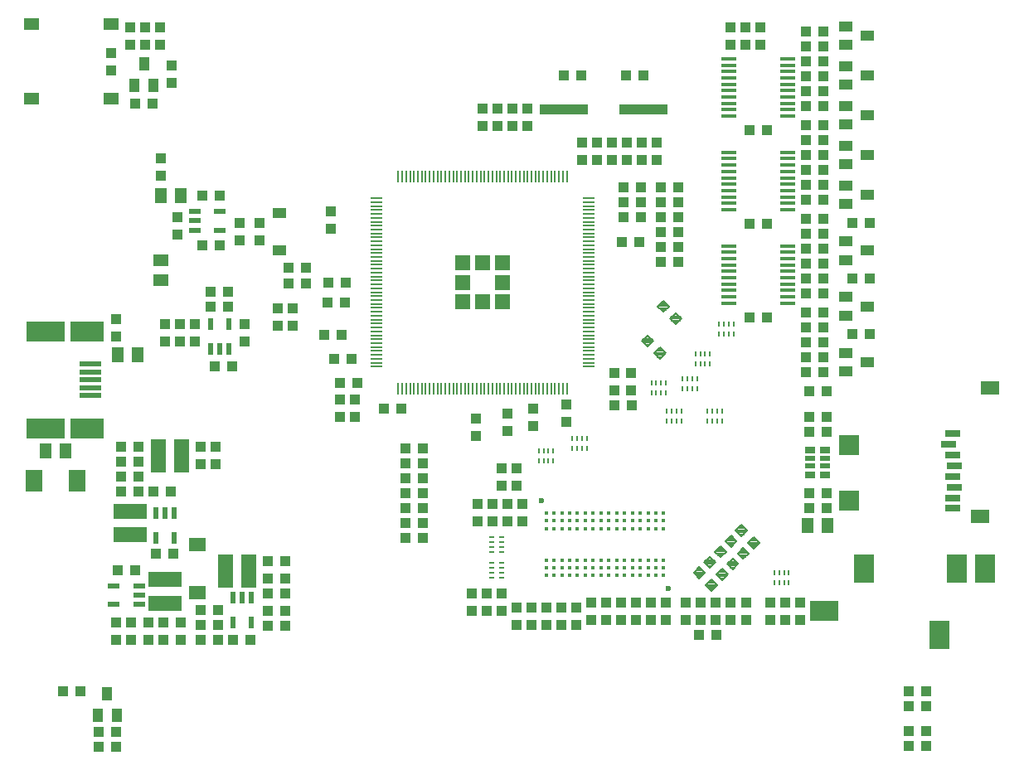
<source format=gbr>
G75*
G70*
%OFA0B0*%
%FSLAX24Y24*%
%IPPOS*%
%LPD*%
%AMOC8*
5,1,8,0,0,1.08239X$1,22.5*
%
%ADD10R,0.0400X0.0400*%
%ADD11C,0.0080*%
%ADD12R,0.1969X0.0394*%
%ADD13R,0.0500X0.0600*%
%ADD14R,0.0400X0.0300*%
%ADD15R,0.0400X0.0200*%
%ADD16R,0.0217X0.0472*%
%ADD17R,0.0630X0.1378*%
%ADD18R,0.0551X0.0394*%
%ADD19R,0.0079X0.0512*%
%ADD20R,0.0512X0.0079*%
%ADD21R,0.0630X0.0630*%
%ADD22R,0.0246X0.0098*%
%ADD23R,0.0098X0.0246*%
%ADD24R,0.0600X0.0500*%
%ADD25R,0.0472X0.0217*%
%ADD26R,0.1378X0.0630*%
%ADD27R,0.0700X0.0900*%
%ADD28R,0.0591X0.0118*%
%ADD29R,0.0787X0.1181*%
%ADD30R,0.1181X0.0787*%
%ADD31R,0.0709X0.0571*%
%ADD32C,0.0157*%
%ADD33C,0.0236*%
%ADD34R,0.0886X0.0197*%
%ADD35R,0.1575X0.0827*%
%ADD36R,0.1378X0.0827*%
%ADD37R,0.0591X0.0315*%
%ADD38R,0.0787X0.0787*%
%ADD39R,0.0748X0.0551*%
%ADD40R,0.0394X0.0551*%
D10*
X007185Y007032D03*
X007885Y007032D03*
X008623Y005402D03*
X008623Y004802D03*
X009323Y004802D03*
X009323Y005402D03*
X009343Y009102D03*
X009943Y009102D03*
X010643Y009102D03*
X011243Y009102D03*
X011943Y009102D03*
X012743Y009102D03*
X012743Y009702D03*
X011943Y009802D03*
X012743Y010302D03*
X013443Y010302D03*
X013443Y009702D03*
X013443Y009102D03*
X014043Y009102D03*
X014743Y009102D03*
X015443Y009652D03*
X016143Y009652D03*
X016143Y010252D03*
X015443Y010252D03*
X015443Y010952D03*
X016143Y010952D03*
X016143Y011552D03*
X015443Y011552D03*
X015443Y012252D03*
X016143Y012252D03*
X011643Y012552D03*
X010943Y012552D03*
X010093Y011902D03*
X009393Y011902D03*
X009343Y009802D03*
X009943Y009802D03*
X010643Y009802D03*
X011243Y009802D03*
X011543Y015052D03*
X010843Y015052D03*
X010243Y015052D03*
X010243Y015652D03*
X009543Y015652D03*
X009543Y015052D03*
X009543Y016252D03*
X009543Y016852D03*
X010243Y016852D03*
X010243Y016252D03*
X012743Y016152D03*
X013343Y016152D03*
X013343Y016852D03*
X012743Y016852D03*
X013293Y020102D03*
X013993Y020102D03*
X014493Y021102D03*
X014493Y021802D03*
X013843Y022502D03*
X013843Y023102D03*
X013143Y023102D03*
X013143Y022502D03*
X012493Y021802D03*
X011893Y021802D03*
X011293Y021802D03*
X011293Y021102D03*
X011893Y021102D03*
X012493Y021102D03*
X015813Y021722D03*
X015813Y022422D03*
X016413Y022422D03*
X016413Y021722D03*
X017693Y021352D03*
X018393Y021352D03*
X018103Y020392D03*
X018803Y020392D03*
X019043Y019432D03*
X018933Y018762D03*
X018333Y018762D03*
X018343Y019432D03*
X018333Y018062D03*
X018933Y018062D03*
X020103Y018392D03*
X020803Y018392D03*
X020973Y016792D03*
X020973Y016192D03*
X021673Y016192D03*
X021673Y016792D03*
X021673Y015592D03*
X021673Y014992D03*
X021673Y014392D03*
X020973Y014392D03*
X020973Y014992D03*
X020973Y015592D03*
X020973Y013792D03*
X020973Y013192D03*
X021673Y013192D03*
X021673Y013792D03*
X023853Y013852D03*
X024453Y013852D03*
X025053Y013852D03*
X025653Y013852D03*
X025653Y014552D03*
X025053Y014552D03*
X024453Y014552D03*
X023853Y014552D03*
X024813Y015292D03*
X024813Y015992D03*
X025413Y015992D03*
X025413Y015292D03*
X023793Y017282D03*
X023793Y017982D03*
X025053Y018202D03*
X025053Y017502D03*
X026103Y017712D03*
X026103Y018412D03*
X027423Y018562D03*
X027423Y017862D03*
X029353Y018542D03*
X030053Y018542D03*
X030033Y019132D03*
X029373Y019132D03*
X029373Y019832D03*
X030033Y019832D03*
X034783Y022072D03*
X035483Y022072D03*
X037063Y022272D03*
X037063Y021672D03*
X037063Y021072D03*
X037063Y020472D03*
X037063Y019872D03*
X037183Y019112D03*
X037883Y019112D03*
X037763Y019872D03*
X037763Y020472D03*
X037763Y021072D03*
X037763Y021672D03*
X037763Y022272D03*
X037763Y023032D03*
X037763Y023632D03*
X037763Y024232D03*
X037763Y024832D03*
X037763Y025432D03*
X037763Y026032D03*
X037063Y026032D03*
X037063Y025432D03*
X037063Y024832D03*
X037063Y024232D03*
X037063Y023632D03*
X037063Y023032D03*
X038943Y023632D03*
X039643Y023632D03*
X039643Y021392D03*
X038943Y021392D03*
X037883Y018072D03*
X037883Y017472D03*
X037183Y017472D03*
X037183Y018072D03*
X037183Y014992D03*
X037183Y014392D03*
X037883Y014392D03*
X037883Y014992D03*
X036813Y010592D03*
X036213Y010592D03*
X035613Y010592D03*
X035613Y009892D03*
X036213Y009892D03*
X036813Y009892D03*
X034653Y009892D03*
X034013Y009892D03*
X033413Y009892D03*
X032813Y009892D03*
X032213Y009892D03*
X031443Y009892D03*
X030843Y009892D03*
X030243Y009892D03*
X029643Y009892D03*
X029043Y009892D03*
X028443Y009892D03*
X027843Y009682D03*
X027243Y009682D03*
X026643Y009682D03*
X026043Y009682D03*
X025443Y009682D03*
X025443Y010382D03*
X026043Y010382D03*
X026643Y010382D03*
X027243Y010382D03*
X027843Y010382D03*
X028443Y010592D03*
X029043Y010592D03*
X029643Y010592D03*
X030243Y010592D03*
X030843Y010592D03*
X031443Y010592D03*
X032213Y010592D03*
X032813Y010592D03*
X033413Y010592D03*
X034013Y010592D03*
X034653Y010592D03*
X033463Y009282D03*
X032763Y009282D03*
X024843Y010252D03*
X024843Y010952D03*
X024243Y010952D03*
X023643Y010952D03*
X023643Y010252D03*
X024243Y010252D03*
X018543Y022672D03*
X017843Y022672D03*
X017853Y023472D03*
X016963Y023432D03*
X016963Y024072D03*
X016263Y024072D03*
X016263Y023432D03*
X015093Y025152D03*
X015093Y025852D03*
X014293Y025852D03*
X014293Y025152D03*
X013493Y024952D03*
X012793Y024952D03*
X011793Y025402D03*
X011793Y026102D03*
X012793Y026952D03*
X013493Y026952D03*
X011143Y027752D03*
X011143Y028452D03*
X010803Y030652D03*
X010103Y030652D03*
X009143Y032002D03*
X009143Y032702D03*
X009893Y033042D03*
X009893Y033742D03*
X010493Y033742D03*
X011093Y033742D03*
X011093Y033042D03*
X010493Y033042D03*
X011573Y032182D03*
X011573Y031482D03*
X017973Y026342D03*
X017973Y025642D03*
X018553Y023472D03*
X024053Y029762D03*
X024653Y029762D03*
X025253Y029762D03*
X025853Y029762D03*
X025853Y030462D03*
X025253Y030462D03*
X024653Y030462D03*
X024053Y030462D03*
X027333Y031782D03*
X028033Y031782D03*
X029833Y031782D03*
X030533Y031782D03*
X030473Y029082D03*
X031073Y029082D03*
X031073Y028382D03*
X030473Y028382D03*
X029873Y028382D03*
X029873Y029082D03*
X029273Y029082D03*
X028673Y029082D03*
X028073Y029082D03*
X028073Y028382D03*
X028673Y028382D03*
X029273Y028382D03*
X029723Y027312D03*
X029723Y026712D03*
X029723Y026112D03*
X030423Y026112D03*
X031223Y026112D03*
X031223Y025512D03*
X030363Y025092D03*
X031223Y024912D03*
X031223Y024312D03*
X031923Y024312D03*
X031923Y024912D03*
X031923Y025512D03*
X031923Y026112D03*
X031923Y026712D03*
X031923Y027312D03*
X031223Y027312D03*
X031223Y026712D03*
X030423Y026712D03*
X030423Y027312D03*
X029663Y025092D03*
X034783Y025832D03*
X035483Y025832D03*
X037063Y026792D03*
X037063Y027392D03*
X037063Y027992D03*
X037063Y028592D03*
X037063Y029192D03*
X037063Y029792D03*
X037763Y029792D03*
X037763Y029192D03*
X037763Y028592D03*
X037763Y027992D03*
X037763Y027392D03*
X037763Y026792D03*
X038943Y025872D03*
X039643Y025872D03*
X035483Y029592D03*
X034783Y029592D03*
X037063Y030552D03*
X037063Y031152D03*
X037063Y031752D03*
X037063Y032352D03*
X037063Y032952D03*
X037063Y033552D03*
X037763Y033552D03*
X037763Y032952D03*
X037763Y032352D03*
X037763Y031752D03*
X037763Y031152D03*
X037763Y030552D03*
X035213Y033042D03*
X034613Y033042D03*
X034013Y033042D03*
X034013Y033742D03*
X034613Y033742D03*
X035213Y033742D03*
X009343Y022002D03*
X009343Y021302D03*
X041183Y007032D03*
X041183Y006432D03*
X041883Y006432D03*
X041883Y007032D03*
X041883Y005432D03*
X041883Y004832D03*
X041183Y004832D03*
X041183Y005432D03*
D11*
X033693Y011500D02*
X033467Y011726D01*
X033693Y011952D01*
X033919Y011726D01*
X033693Y011500D01*
X033772Y011579D02*
X033614Y011579D01*
X033535Y011658D02*
X033851Y011658D01*
X033908Y011737D02*
X033478Y011737D01*
X033557Y011816D02*
X033829Y011816D01*
X033750Y011895D02*
X033636Y011895D01*
X033892Y012150D02*
X034118Y011924D01*
X033892Y012150D02*
X034118Y012376D01*
X034344Y012150D01*
X034118Y011924D01*
X034197Y012003D02*
X034039Y012003D01*
X033960Y012082D02*
X034276Y012082D01*
X034333Y012161D02*
X033903Y012161D01*
X033982Y012240D02*
X034254Y012240D01*
X034175Y012319D02*
X034061Y012319D01*
X034316Y012575D02*
X034542Y012349D01*
X034316Y012575D02*
X034542Y012801D01*
X034768Y012575D01*
X034542Y012349D01*
X034621Y012428D02*
X034463Y012428D01*
X034384Y012507D02*
X034700Y012507D01*
X034757Y012586D02*
X034327Y012586D01*
X034406Y012665D02*
X034678Y012665D01*
X034599Y012744D02*
X034485Y012744D01*
X034966Y013225D02*
X035192Y012999D01*
X034966Y012773D01*
X034740Y012999D01*
X034966Y013225D01*
X035045Y012852D02*
X034887Y012852D01*
X034808Y012931D02*
X035124Y012931D01*
X035181Y013010D02*
X034751Y013010D01*
X034830Y013089D02*
X035102Y013089D01*
X035023Y013168D02*
X034909Y013168D01*
X034697Y013494D02*
X034471Y013720D01*
X034697Y013494D02*
X034471Y013268D01*
X034245Y013494D01*
X034471Y013720D01*
X034550Y013347D02*
X034392Y013347D01*
X034313Y013426D02*
X034629Y013426D01*
X034686Y013505D02*
X034256Y013505D01*
X034335Y013584D02*
X034607Y013584D01*
X034528Y013663D02*
X034414Y013663D01*
X033821Y013070D02*
X034047Y012844D01*
X033821Y013070D02*
X034047Y013296D01*
X034273Y013070D01*
X034047Y012844D01*
X034126Y012923D02*
X033968Y012923D01*
X033889Y013002D02*
X034205Y013002D01*
X034262Y013081D02*
X033832Y013081D01*
X033911Y013160D02*
X034183Y013160D01*
X034104Y013239D02*
X033990Y013239D01*
X033397Y012645D02*
X033623Y012419D01*
X033397Y012645D02*
X033623Y012871D01*
X033849Y012645D01*
X033623Y012419D01*
X033702Y012498D02*
X033544Y012498D01*
X033465Y012577D02*
X033781Y012577D01*
X033838Y012656D02*
X033408Y012656D01*
X033487Y012735D02*
X033759Y012735D01*
X033680Y012814D02*
X033566Y012814D01*
X032972Y012221D02*
X033198Y011995D01*
X032972Y012221D02*
X033198Y012447D01*
X033424Y012221D01*
X033198Y011995D01*
X033277Y012074D02*
X033119Y012074D01*
X033040Y012153D02*
X033356Y012153D01*
X033413Y012232D02*
X032983Y012232D01*
X033062Y012311D02*
X033334Y012311D01*
X033255Y012390D02*
X033141Y012390D01*
X032548Y011797D02*
X032774Y011571D01*
X032548Y011797D02*
X032774Y012023D01*
X033000Y011797D01*
X032774Y011571D01*
X032853Y011650D02*
X032695Y011650D01*
X032616Y011729D02*
X032932Y011729D01*
X032989Y011808D02*
X032559Y011808D01*
X032638Y011887D02*
X032910Y011887D01*
X032831Y011966D02*
X032717Y011966D01*
X033043Y011302D02*
X033269Y011076D01*
X033043Y011302D02*
X033269Y011528D01*
X033495Y011302D01*
X033269Y011076D01*
X033348Y011155D02*
X033190Y011155D01*
X033111Y011234D02*
X033427Y011234D01*
X033484Y011313D02*
X033054Y011313D01*
X033133Y011392D02*
X033405Y011392D01*
X033326Y011471D02*
X033212Y011471D01*
X031416Y020625D02*
X031190Y020851D01*
X031416Y020625D02*
X031190Y020399D01*
X030964Y020625D01*
X031190Y020851D01*
X031269Y020478D02*
X031111Y020478D01*
X031032Y020557D02*
X031348Y020557D01*
X031405Y020636D02*
X030975Y020636D01*
X031054Y020715D02*
X031326Y020715D01*
X031247Y020794D02*
X031133Y020794D01*
X030921Y021120D02*
X030695Y021346D01*
X030921Y021120D02*
X030695Y020894D01*
X030469Y021120D01*
X030695Y021346D01*
X030774Y020973D02*
X030616Y020973D01*
X030537Y021052D02*
X030853Y021052D01*
X030910Y021131D02*
X030480Y021131D01*
X030559Y021210D02*
X030831Y021210D01*
X030752Y021289D02*
X030638Y021289D01*
X031830Y022241D02*
X032056Y022015D01*
X031830Y021789D01*
X031604Y022015D01*
X031830Y022241D01*
X031909Y021868D02*
X031751Y021868D01*
X031672Y021947D02*
X031988Y021947D01*
X032045Y022026D02*
X031615Y022026D01*
X031694Y022105D02*
X031966Y022105D01*
X031887Y022184D02*
X031773Y022184D01*
X031561Y022510D02*
X031335Y022736D01*
X031561Y022510D02*
X031335Y022284D01*
X031109Y022510D01*
X031335Y022736D01*
X031414Y022363D02*
X031256Y022363D01*
X031177Y022442D02*
X031493Y022442D01*
X031550Y022521D02*
X031120Y022521D01*
X031199Y022600D02*
X031471Y022600D01*
X031392Y022679D02*
X031278Y022679D01*
D12*
X030533Y030432D03*
X027333Y030432D03*
D13*
X011943Y026952D03*
X011143Y026952D03*
X010193Y020552D03*
X009393Y020552D03*
X007293Y016702D03*
X006493Y016702D03*
X037133Y013692D03*
X037933Y013692D03*
D14*
X037833Y015732D03*
X037233Y015732D03*
X037233Y016732D03*
X037833Y016732D03*
D15*
X037833Y016382D03*
X037833Y016082D03*
X037233Y016082D03*
X037233Y016382D03*
D16*
X014767Y010814D03*
X014393Y010814D03*
X014019Y010814D03*
X014019Y009791D03*
X014767Y009791D03*
X011667Y013191D03*
X010919Y013191D03*
X010919Y014214D03*
X011293Y014214D03*
X011667Y014214D03*
X013119Y020791D03*
X013493Y020791D03*
X013867Y020791D03*
X013867Y021814D03*
X013119Y021814D03*
D17*
X011965Y016502D03*
X011020Y016502D03*
X013720Y011852D03*
X014665Y011852D03*
D18*
X015893Y024754D03*
X015893Y026250D03*
X038660Y026618D03*
X038660Y027366D03*
X038660Y028218D03*
X038660Y028966D03*
X038660Y029818D03*
X038660Y030566D03*
X038660Y031418D03*
X038660Y032166D03*
X038660Y033018D03*
X038660Y033766D03*
X039526Y033392D03*
X039526Y031792D03*
X039526Y030192D03*
X039526Y028592D03*
X039526Y026992D03*
X038660Y025126D03*
X038660Y024378D03*
X039526Y024752D03*
X038660Y022886D03*
X038660Y022138D03*
X039526Y022512D03*
X038660Y020646D03*
X038660Y019898D03*
X039526Y020272D03*
D19*
X027449Y019201D03*
X027291Y019201D03*
X027134Y019201D03*
X026976Y019201D03*
X026819Y019201D03*
X026661Y019201D03*
X026504Y019201D03*
X026346Y019201D03*
X026189Y019201D03*
X026031Y019201D03*
X025874Y019201D03*
X025716Y019201D03*
X025559Y019201D03*
X025401Y019201D03*
X025244Y019201D03*
X025087Y019201D03*
X024929Y019201D03*
X024772Y019201D03*
X024614Y019201D03*
X024457Y019201D03*
X024299Y019201D03*
X024142Y019201D03*
X023984Y019201D03*
X023827Y019201D03*
X023669Y019201D03*
X023512Y019201D03*
X023354Y019201D03*
X023197Y019201D03*
X023039Y019201D03*
X022882Y019201D03*
X022724Y019201D03*
X022567Y019201D03*
X022409Y019201D03*
X022252Y019201D03*
X022094Y019201D03*
X021937Y019201D03*
X021779Y019201D03*
X021622Y019201D03*
X021464Y019201D03*
X021307Y019201D03*
X021150Y019201D03*
X020992Y019201D03*
X020835Y019201D03*
X020677Y019201D03*
X020677Y027744D03*
X020835Y027744D03*
X020992Y027744D03*
X021150Y027744D03*
X021307Y027744D03*
X021464Y027744D03*
X021622Y027744D03*
X021779Y027744D03*
X021937Y027744D03*
X022094Y027744D03*
X022252Y027744D03*
X022409Y027744D03*
X022567Y027744D03*
X022724Y027744D03*
X022882Y027744D03*
X023039Y027744D03*
X023197Y027744D03*
X023354Y027744D03*
X023512Y027744D03*
X023669Y027744D03*
X023827Y027744D03*
X023984Y027744D03*
X024142Y027744D03*
X024299Y027744D03*
X024457Y027744D03*
X024614Y027744D03*
X024772Y027744D03*
X024929Y027744D03*
X025087Y027744D03*
X025244Y027744D03*
X025401Y027744D03*
X025559Y027744D03*
X025716Y027744D03*
X025874Y027744D03*
X026031Y027744D03*
X026189Y027744D03*
X026346Y027744D03*
X026504Y027744D03*
X026661Y027744D03*
X026819Y027744D03*
X026976Y027744D03*
X027134Y027744D03*
X027291Y027744D03*
X027449Y027744D03*
D20*
X028335Y026858D03*
X028335Y026701D03*
X028335Y026543D03*
X028335Y026386D03*
X028335Y026228D03*
X028335Y026071D03*
X028335Y025913D03*
X028335Y025756D03*
X028335Y025598D03*
X028335Y025441D03*
X028335Y025283D03*
X028335Y025126D03*
X028335Y024969D03*
X028335Y024811D03*
X028335Y024654D03*
X028335Y024496D03*
X028335Y024339D03*
X028335Y024181D03*
X028335Y024024D03*
X028335Y023866D03*
X028335Y023709D03*
X028335Y023551D03*
X028335Y023394D03*
X028335Y023236D03*
X028335Y023079D03*
X028335Y022921D03*
X028335Y022764D03*
X028335Y022606D03*
X028335Y022449D03*
X028335Y022291D03*
X028335Y022134D03*
X028335Y021976D03*
X028335Y021819D03*
X028335Y021661D03*
X028335Y021504D03*
X028335Y021346D03*
X028335Y021189D03*
X028335Y021031D03*
X028335Y020874D03*
X028335Y020717D03*
X028335Y020559D03*
X028335Y020402D03*
X028335Y020244D03*
X028335Y020087D03*
X019791Y020087D03*
X019791Y020244D03*
X019791Y020402D03*
X019791Y020559D03*
X019791Y020717D03*
X019791Y020874D03*
X019791Y021031D03*
X019791Y021189D03*
X019791Y021346D03*
X019791Y021504D03*
X019791Y021661D03*
X019791Y021819D03*
X019791Y021976D03*
X019791Y022134D03*
X019791Y022291D03*
X019791Y022449D03*
X019791Y022606D03*
X019791Y022764D03*
X019791Y022921D03*
X019791Y023079D03*
X019791Y023236D03*
X019791Y023394D03*
X019791Y023551D03*
X019791Y023709D03*
X019791Y023866D03*
X019791Y024024D03*
X019791Y024181D03*
X019791Y024339D03*
X019791Y024496D03*
X019791Y024654D03*
X019791Y024811D03*
X019791Y024969D03*
X019791Y025126D03*
X019791Y025283D03*
X019791Y025441D03*
X019791Y025598D03*
X019791Y025756D03*
X019791Y025913D03*
X019791Y026071D03*
X019791Y026228D03*
X019791Y026386D03*
X019791Y026543D03*
X019791Y026701D03*
X019791Y026858D03*
D21*
X023276Y024260D03*
X024063Y024260D03*
X024850Y024260D03*
X024850Y023472D03*
X024850Y022685D03*
X024063Y022685D03*
X023276Y022685D03*
X023276Y023472D03*
D22*
X024431Y013238D03*
X024431Y013041D03*
X024431Y012844D03*
X024431Y012647D03*
X024835Y012647D03*
X024835Y012844D03*
X024835Y013041D03*
X024835Y013238D03*
X024835Y012188D03*
X024835Y011991D03*
X024835Y011794D03*
X024835Y011597D03*
X024431Y011597D03*
X024431Y011794D03*
X024431Y011991D03*
X024431Y012188D03*
D23*
X026318Y016311D03*
X026514Y016311D03*
X026711Y016311D03*
X026908Y016311D03*
X026908Y016714D03*
X026711Y016714D03*
X026514Y016714D03*
X026318Y016714D03*
X027668Y016791D03*
X027864Y016791D03*
X028061Y016791D03*
X028258Y016791D03*
X028258Y017194D03*
X028061Y017194D03*
X027864Y017194D03*
X027668Y017194D03*
X030848Y019041D03*
X031044Y019041D03*
X031241Y019041D03*
X031438Y019041D03*
X031438Y019444D03*
X031241Y019444D03*
X031044Y019444D03*
X030848Y019444D03*
X032108Y019594D03*
X032304Y019594D03*
X032501Y019594D03*
X032698Y019594D03*
X032698Y019191D03*
X032501Y019191D03*
X032304Y019191D03*
X032108Y019191D03*
X032068Y018304D03*
X031871Y018304D03*
X031674Y018304D03*
X031478Y018304D03*
X031478Y017901D03*
X031674Y017901D03*
X031871Y017901D03*
X032068Y017901D03*
X033098Y017901D03*
X033294Y017901D03*
X033491Y017901D03*
X033688Y017901D03*
X033688Y018304D03*
X033491Y018304D03*
X033294Y018304D03*
X033098Y018304D03*
X033011Y020181D03*
X032814Y020181D03*
X032618Y020181D03*
X032618Y020584D03*
X032814Y020584D03*
X033011Y020584D03*
X033208Y020584D03*
X033208Y020181D03*
X033578Y021411D03*
X033774Y021411D03*
X033971Y021411D03*
X034168Y021411D03*
X034168Y021814D03*
X033971Y021814D03*
X033774Y021814D03*
X033578Y021814D03*
X035788Y011794D03*
X035984Y011794D03*
X036181Y011794D03*
X036378Y011794D03*
X036378Y011391D03*
X036181Y011391D03*
X035984Y011391D03*
X035788Y011391D03*
D24*
X011143Y023552D03*
X011143Y024352D03*
X009143Y030852D03*
X005943Y030852D03*
X005943Y033852D03*
X009143Y033852D03*
D25*
X012481Y026326D03*
X012481Y025952D03*
X012481Y025578D03*
X013505Y025578D03*
X013505Y026326D03*
X010255Y011276D03*
X010255Y010902D03*
X010255Y010528D03*
X009231Y010528D03*
X009231Y011276D03*
D26*
X011293Y011525D03*
X011293Y010580D03*
X009893Y013330D03*
X009893Y014275D03*
D27*
X007750Y015502D03*
X006036Y015502D03*
D28*
X033952Y022641D03*
X033952Y022897D03*
X033952Y023153D03*
X033952Y023409D03*
X033952Y023664D03*
X033952Y023920D03*
X033952Y024176D03*
X033952Y024432D03*
X033952Y024688D03*
X033952Y024944D03*
X033952Y026401D03*
X033952Y026657D03*
X033952Y026913D03*
X033952Y027169D03*
X033952Y027424D03*
X033952Y027680D03*
X033952Y027936D03*
X033952Y028192D03*
X033952Y028448D03*
X033952Y028704D03*
X033952Y030161D03*
X033952Y030417D03*
X033952Y030673D03*
X033952Y030929D03*
X033952Y031184D03*
X033952Y031440D03*
X033952Y031696D03*
X033952Y031952D03*
X033952Y032208D03*
X033952Y032464D03*
X036314Y032464D03*
X036314Y032208D03*
X036314Y031952D03*
X036314Y031696D03*
X036314Y031440D03*
X036314Y031184D03*
X036314Y030929D03*
X036314Y030673D03*
X036314Y030417D03*
X036314Y030161D03*
X036314Y028704D03*
X036314Y028448D03*
X036314Y028192D03*
X036314Y027936D03*
X036314Y027680D03*
X036314Y027424D03*
X036314Y027169D03*
X036314Y026913D03*
X036314Y026657D03*
X036314Y026401D03*
X036314Y024944D03*
X036314Y024688D03*
X036314Y024432D03*
X036314Y024176D03*
X036314Y023920D03*
X036314Y023664D03*
X036314Y023409D03*
X036314Y023153D03*
X036314Y022897D03*
X036314Y022641D03*
D29*
X039384Y011949D03*
X042416Y009311D03*
X043124Y011949D03*
X044266Y011949D03*
D30*
X037809Y010256D03*
D31*
X012593Y010990D03*
X012593Y012915D03*
D32*
X026619Y012313D03*
X026934Y012313D03*
X027249Y012313D03*
X027564Y012313D03*
X027879Y012313D03*
X028194Y012313D03*
X028509Y012313D03*
X028824Y012313D03*
X029139Y012313D03*
X029454Y012313D03*
X029769Y012313D03*
X030084Y012313D03*
X030399Y012313D03*
X030713Y012313D03*
X030713Y011998D03*
X030399Y011998D03*
X030399Y011683D03*
X030713Y011683D03*
X031028Y011683D03*
X031028Y011998D03*
X031028Y012313D03*
X031343Y012313D03*
X031343Y011998D03*
X031343Y011683D03*
X030084Y011683D03*
X030084Y011998D03*
X029769Y011998D03*
X029769Y011683D03*
X029454Y011683D03*
X029454Y011998D03*
X029139Y011998D03*
X029139Y011683D03*
X028824Y011683D03*
X028824Y011998D03*
X028509Y011998D03*
X028509Y011683D03*
X028194Y011683D03*
X028194Y011998D03*
X027879Y011998D03*
X027879Y011683D03*
X027564Y011683D03*
X027564Y011998D03*
X027249Y011998D03*
X026934Y011998D03*
X026619Y011998D03*
X026619Y011683D03*
X026934Y011683D03*
X027249Y011683D03*
X027249Y013573D03*
X027249Y013888D03*
X027249Y014203D03*
X027564Y014203D03*
X027879Y014203D03*
X028194Y014203D03*
X028509Y014203D03*
X028824Y014203D03*
X029139Y014203D03*
X029454Y014203D03*
X029769Y014203D03*
X030084Y014203D03*
X030399Y014203D03*
X030713Y014203D03*
X030713Y013888D03*
X030399Y013888D03*
X030399Y013573D03*
X030713Y013573D03*
X031028Y013573D03*
X031028Y013888D03*
X031028Y014203D03*
X031343Y014203D03*
X031343Y013888D03*
X031343Y013573D03*
X030084Y013573D03*
X030084Y013888D03*
X029769Y013888D03*
X029769Y013573D03*
X029454Y013573D03*
X029454Y013888D03*
X029139Y013888D03*
X028824Y013888D03*
X028509Y013888D03*
X028194Y013888D03*
X027879Y013888D03*
X027564Y013888D03*
X027564Y013573D03*
X027879Y013573D03*
X028194Y013573D03*
X028509Y013573D03*
X028824Y013573D03*
X029139Y013573D03*
X026934Y013573D03*
X026934Y013888D03*
X026934Y014203D03*
X026619Y014203D03*
X026619Y013888D03*
X026619Y013573D03*
D33*
X026422Y014714D03*
X031540Y011171D03*
D34*
X008308Y018923D03*
X008308Y019237D03*
X008308Y019552D03*
X008308Y019867D03*
X008308Y020182D03*
D35*
X006495Y021501D03*
X006495Y017604D03*
D36*
X008168Y017604D03*
X008168Y021501D03*
D37*
X042798Y016979D03*
X042956Y016546D03*
X043034Y016113D03*
X042956Y015680D03*
X043034Y015247D03*
X042956Y014814D03*
X042956Y014381D03*
X042956Y017412D03*
D38*
X038782Y016940D03*
X038782Y014696D03*
D39*
X044078Y014066D03*
X044471Y019243D03*
D40*
X010827Y031399D03*
X010079Y031399D03*
X010453Y032266D03*
X008973Y006936D03*
X009347Y006069D03*
X008599Y006069D03*
M02*

</source>
